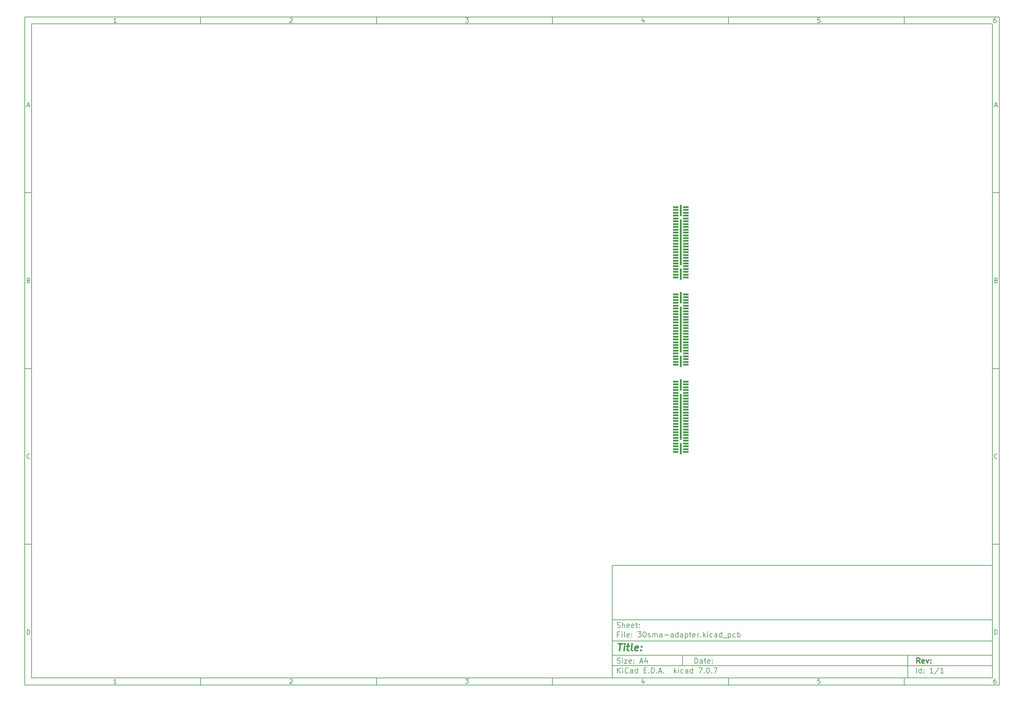
<source format=gbr>
%TF.GenerationSoftware,KiCad,Pcbnew,7.0.7*%
%TF.CreationDate,2023-09-22T00:52:09+02:00*%
%TF.ProjectId,30sma-adapter,3330736d-612d-4616-9461-707465722e6b,rev?*%
%TF.SameCoordinates,Original*%
%TF.FileFunction,Paste,Bot*%
%TF.FilePolarity,Positive*%
%FSLAX46Y46*%
G04 Gerber Fmt 4.6, Leading zero omitted, Abs format (unit mm)*
G04 Created by KiCad (PCBNEW 7.0.7) date 2023-09-22 00:52:09*
%MOMM*%
%LPD*%
G01*
G04 APERTURE LIST*
%ADD10C,0.100000*%
%ADD11C,0.150000*%
%ADD12C,0.300000*%
%ADD13C,0.400000*%
%ADD14R,1.500000X0.500000*%
%ADD15R,0.510000X3.280000*%
%ADD16R,0.510000X13.150000*%
G04 APERTURE END LIST*
D10*
D11*
X177002200Y-166007200D02*
X285002200Y-166007200D01*
X285002200Y-198007200D01*
X177002200Y-198007200D01*
X177002200Y-166007200D01*
D10*
D11*
X10000000Y-10000000D02*
X287002200Y-10000000D01*
X287002200Y-200007200D01*
X10000000Y-200007200D01*
X10000000Y-10000000D01*
D10*
D11*
X12000000Y-12000000D02*
X285002200Y-12000000D01*
X285002200Y-198007200D01*
X12000000Y-198007200D01*
X12000000Y-12000000D01*
D10*
D11*
X60000000Y-12000000D02*
X60000000Y-10000000D01*
D10*
D11*
X110000000Y-12000000D02*
X110000000Y-10000000D01*
D10*
D11*
X160000000Y-12000000D02*
X160000000Y-10000000D01*
D10*
D11*
X210000000Y-12000000D02*
X210000000Y-10000000D01*
D10*
D11*
X260000000Y-12000000D02*
X260000000Y-10000000D01*
D10*
D11*
X36089160Y-11593604D02*
X35346303Y-11593604D01*
X35717731Y-11593604D02*
X35717731Y-10293604D01*
X35717731Y-10293604D02*
X35593922Y-10479319D01*
X35593922Y-10479319D02*
X35470112Y-10603128D01*
X35470112Y-10603128D02*
X35346303Y-10665033D01*
D10*
D11*
X85346303Y-10417414D02*
X85408207Y-10355509D01*
X85408207Y-10355509D02*
X85532017Y-10293604D01*
X85532017Y-10293604D02*
X85841541Y-10293604D01*
X85841541Y-10293604D02*
X85965350Y-10355509D01*
X85965350Y-10355509D02*
X86027255Y-10417414D01*
X86027255Y-10417414D02*
X86089160Y-10541223D01*
X86089160Y-10541223D02*
X86089160Y-10665033D01*
X86089160Y-10665033D02*
X86027255Y-10850747D01*
X86027255Y-10850747D02*
X85284398Y-11593604D01*
X85284398Y-11593604D02*
X86089160Y-11593604D01*
D10*
D11*
X135284398Y-10293604D02*
X136089160Y-10293604D01*
X136089160Y-10293604D02*
X135655826Y-10788842D01*
X135655826Y-10788842D02*
X135841541Y-10788842D01*
X135841541Y-10788842D02*
X135965350Y-10850747D01*
X135965350Y-10850747D02*
X136027255Y-10912652D01*
X136027255Y-10912652D02*
X136089160Y-11036461D01*
X136089160Y-11036461D02*
X136089160Y-11345985D01*
X136089160Y-11345985D02*
X136027255Y-11469795D01*
X136027255Y-11469795D02*
X135965350Y-11531700D01*
X135965350Y-11531700D02*
X135841541Y-11593604D01*
X135841541Y-11593604D02*
X135470112Y-11593604D01*
X135470112Y-11593604D02*
X135346303Y-11531700D01*
X135346303Y-11531700D02*
X135284398Y-11469795D01*
D10*
D11*
X185965350Y-10726938D02*
X185965350Y-11593604D01*
X185655826Y-10231700D02*
X185346303Y-11160271D01*
X185346303Y-11160271D02*
X186151064Y-11160271D01*
D10*
D11*
X236027255Y-10293604D02*
X235408207Y-10293604D01*
X235408207Y-10293604D02*
X235346303Y-10912652D01*
X235346303Y-10912652D02*
X235408207Y-10850747D01*
X235408207Y-10850747D02*
X235532017Y-10788842D01*
X235532017Y-10788842D02*
X235841541Y-10788842D01*
X235841541Y-10788842D02*
X235965350Y-10850747D01*
X235965350Y-10850747D02*
X236027255Y-10912652D01*
X236027255Y-10912652D02*
X236089160Y-11036461D01*
X236089160Y-11036461D02*
X236089160Y-11345985D01*
X236089160Y-11345985D02*
X236027255Y-11469795D01*
X236027255Y-11469795D02*
X235965350Y-11531700D01*
X235965350Y-11531700D02*
X235841541Y-11593604D01*
X235841541Y-11593604D02*
X235532017Y-11593604D01*
X235532017Y-11593604D02*
X235408207Y-11531700D01*
X235408207Y-11531700D02*
X235346303Y-11469795D01*
D10*
D11*
X285965350Y-10293604D02*
X285717731Y-10293604D01*
X285717731Y-10293604D02*
X285593922Y-10355509D01*
X285593922Y-10355509D02*
X285532017Y-10417414D01*
X285532017Y-10417414D02*
X285408207Y-10603128D01*
X285408207Y-10603128D02*
X285346303Y-10850747D01*
X285346303Y-10850747D02*
X285346303Y-11345985D01*
X285346303Y-11345985D02*
X285408207Y-11469795D01*
X285408207Y-11469795D02*
X285470112Y-11531700D01*
X285470112Y-11531700D02*
X285593922Y-11593604D01*
X285593922Y-11593604D02*
X285841541Y-11593604D01*
X285841541Y-11593604D02*
X285965350Y-11531700D01*
X285965350Y-11531700D02*
X286027255Y-11469795D01*
X286027255Y-11469795D02*
X286089160Y-11345985D01*
X286089160Y-11345985D02*
X286089160Y-11036461D01*
X286089160Y-11036461D02*
X286027255Y-10912652D01*
X286027255Y-10912652D02*
X285965350Y-10850747D01*
X285965350Y-10850747D02*
X285841541Y-10788842D01*
X285841541Y-10788842D02*
X285593922Y-10788842D01*
X285593922Y-10788842D02*
X285470112Y-10850747D01*
X285470112Y-10850747D02*
X285408207Y-10912652D01*
X285408207Y-10912652D02*
X285346303Y-11036461D01*
D10*
D11*
X60000000Y-198007200D02*
X60000000Y-200007200D01*
D10*
D11*
X110000000Y-198007200D02*
X110000000Y-200007200D01*
D10*
D11*
X160000000Y-198007200D02*
X160000000Y-200007200D01*
D10*
D11*
X210000000Y-198007200D02*
X210000000Y-200007200D01*
D10*
D11*
X260000000Y-198007200D02*
X260000000Y-200007200D01*
D10*
D11*
X36089160Y-199600804D02*
X35346303Y-199600804D01*
X35717731Y-199600804D02*
X35717731Y-198300804D01*
X35717731Y-198300804D02*
X35593922Y-198486519D01*
X35593922Y-198486519D02*
X35470112Y-198610328D01*
X35470112Y-198610328D02*
X35346303Y-198672233D01*
D10*
D11*
X85346303Y-198424614D02*
X85408207Y-198362709D01*
X85408207Y-198362709D02*
X85532017Y-198300804D01*
X85532017Y-198300804D02*
X85841541Y-198300804D01*
X85841541Y-198300804D02*
X85965350Y-198362709D01*
X85965350Y-198362709D02*
X86027255Y-198424614D01*
X86027255Y-198424614D02*
X86089160Y-198548423D01*
X86089160Y-198548423D02*
X86089160Y-198672233D01*
X86089160Y-198672233D02*
X86027255Y-198857947D01*
X86027255Y-198857947D02*
X85284398Y-199600804D01*
X85284398Y-199600804D02*
X86089160Y-199600804D01*
D10*
D11*
X135284398Y-198300804D02*
X136089160Y-198300804D01*
X136089160Y-198300804D02*
X135655826Y-198796042D01*
X135655826Y-198796042D02*
X135841541Y-198796042D01*
X135841541Y-198796042D02*
X135965350Y-198857947D01*
X135965350Y-198857947D02*
X136027255Y-198919852D01*
X136027255Y-198919852D02*
X136089160Y-199043661D01*
X136089160Y-199043661D02*
X136089160Y-199353185D01*
X136089160Y-199353185D02*
X136027255Y-199476995D01*
X136027255Y-199476995D02*
X135965350Y-199538900D01*
X135965350Y-199538900D02*
X135841541Y-199600804D01*
X135841541Y-199600804D02*
X135470112Y-199600804D01*
X135470112Y-199600804D02*
X135346303Y-199538900D01*
X135346303Y-199538900D02*
X135284398Y-199476995D01*
D10*
D11*
X185965350Y-198734138D02*
X185965350Y-199600804D01*
X185655826Y-198238900D02*
X185346303Y-199167471D01*
X185346303Y-199167471D02*
X186151064Y-199167471D01*
D10*
D11*
X236027255Y-198300804D02*
X235408207Y-198300804D01*
X235408207Y-198300804D02*
X235346303Y-198919852D01*
X235346303Y-198919852D02*
X235408207Y-198857947D01*
X235408207Y-198857947D02*
X235532017Y-198796042D01*
X235532017Y-198796042D02*
X235841541Y-198796042D01*
X235841541Y-198796042D02*
X235965350Y-198857947D01*
X235965350Y-198857947D02*
X236027255Y-198919852D01*
X236027255Y-198919852D02*
X236089160Y-199043661D01*
X236089160Y-199043661D02*
X236089160Y-199353185D01*
X236089160Y-199353185D02*
X236027255Y-199476995D01*
X236027255Y-199476995D02*
X235965350Y-199538900D01*
X235965350Y-199538900D02*
X235841541Y-199600804D01*
X235841541Y-199600804D02*
X235532017Y-199600804D01*
X235532017Y-199600804D02*
X235408207Y-199538900D01*
X235408207Y-199538900D02*
X235346303Y-199476995D01*
D10*
D11*
X285965350Y-198300804D02*
X285717731Y-198300804D01*
X285717731Y-198300804D02*
X285593922Y-198362709D01*
X285593922Y-198362709D02*
X285532017Y-198424614D01*
X285532017Y-198424614D02*
X285408207Y-198610328D01*
X285408207Y-198610328D02*
X285346303Y-198857947D01*
X285346303Y-198857947D02*
X285346303Y-199353185D01*
X285346303Y-199353185D02*
X285408207Y-199476995D01*
X285408207Y-199476995D02*
X285470112Y-199538900D01*
X285470112Y-199538900D02*
X285593922Y-199600804D01*
X285593922Y-199600804D02*
X285841541Y-199600804D01*
X285841541Y-199600804D02*
X285965350Y-199538900D01*
X285965350Y-199538900D02*
X286027255Y-199476995D01*
X286027255Y-199476995D02*
X286089160Y-199353185D01*
X286089160Y-199353185D02*
X286089160Y-199043661D01*
X286089160Y-199043661D02*
X286027255Y-198919852D01*
X286027255Y-198919852D02*
X285965350Y-198857947D01*
X285965350Y-198857947D02*
X285841541Y-198796042D01*
X285841541Y-198796042D02*
X285593922Y-198796042D01*
X285593922Y-198796042D02*
X285470112Y-198857947D01*
X285470112Y-198857947D02*
X285408207Y-198919852D01*
X285408207Y-198919852D02*
X285346303Y-199043661D01*
D10*
D11*
X10000000Y-60000000D02*
X12000000Y-60000000D01*
D10*
D11*
X10000000Y-110000000D02*
X12000000Y-110000000D01*
D10*
D11*
X10000000Y-160000000D02*
X12000000Y-160000000D01*
D10*
D11*
X10690476Y-35222176D02*
X11309523Y-35222176D01*
X10566666Y-35593604D02*
X10999999Y-34293604D01*
X10999999Y-34293604D02*
X11433333Y-35593604D01*
D10*
D11*
X11092857Y-84912652D02*
X11278571Y-84974557D01*
X11278571Y-84974557D02*
X11340476Y-85036461D01*
X11340476Y-85036461D02*
X11402380Y-85160271D01*
X11402380Y-85160271D02*
X11402380Y-85345985D01*
X11402380Y-85345985D02*
X11340476Y-85469795D01*
X11340476Y-85469795D02*
X11278571Y-85531700D01*
X11278571Y-85531700D02*
X11154761Y-85593604D01*
X11154761Y-85593604D02*
X10659523Y-85593604D01*
X10659523Y-85593604D02*
X10659523Y-84293604D01*
X10659523Y-84293604D02*
X11092857Y-84293604D01*
X11092857Y-84293604D02*
X11216666Y-84355509D01*
X11216666Y-84355509D02*
X11278571Y-84417414D01*
X11278571Y-84417414D02*
X11340476Y-84541223D01*
X11340476Y-84541223D02*
X11340476Y-84665033D01*
X11340476Y-84665033D02*
X11278571Y-84788842D01*
X11278571Y-84788842D02*
X11216666Y-84850747D01*
X11216666Y-84850747D02*
X11092857Y-84912652D01*
X11092857Y-84912652D02*
X10659523Y-84912652D01*
D10*
D11*
X11402380Y-135469795D02*
X11340476Y-135531700D01*
X11340476Y-135531700D02*
X11154761Y-135593604D01*
X11154761Y-135593604D02*
X11030952Y-135593604D01*
X11030952Y-135593604D02*
X10845238Y-135531700D01*
X10845238Y-135531700D02*
X10721428Y-135407890D01*
X10721428Y-135407890D02*
X10659523Y-135284080D01*
X10659523Y-135284080D02*
X10597619Y-135036461D01*
X10597619Y-135036461D02*
X10597619Y-134850747D01*
X10597619Y-134850747D02*
X10659523Y-134603128D01*
X10659523Y-134603128D02*
X10721428Y-134479319D01*
X10721428Y-134479319D02*
X10845238Y-134355509D01*
X10845238Y-134355509D02*
X11030952Y-134293604D01*
X11030952Y-134293604D02*
X11154761Y-134293604D01*
X11154761Y-134293604D02*
X11340476Y-134355509D01*
X11340476Y-134355509D02*
X11402380Y-134417414D01*
D10*
D11*
X10659523Y-185593604D02*
X10659523Y-184293604D01*
X10659523Y-184293604D02*
X10969047Y-184293604D01*
X10969047Y-184293604D02*
X11154761Y-184355509D01*
X11154761Y-184355509D02*
X11278571Y-184479319D01*
X11278571Y-184479319D02*
X11340476Y-184603128D01*
X11340476Y-184603128D02*
X11402380Y-184850747D01*
X11402380Y-184850747D02*
X11402380Y-185036461D01*
X11402380Y-185036461D02*
X11340476Y-185284080D01*
X11340476Y-185284080D02*
X11278571Y-185407890D01*
X11278571Y-185407890D02*
X11154761Y-185531700D01*
X11154761Y-185531700D02*
X10969047Y-185593604D01*
X10969047Y-185593604D02*
X10659523Y-185593604D01*
D10*
D11*
X287002200Y-60000000D02*
X285002200Y-60000000D01*
D10*
D11*
X287002200Y-110000000D02*
X285002200Y-110000000D01*
D10*
D11*
X287002200Y-160000000D02*
X285002200Y-160000000D01*
D10*
D11*
X285692676Y-35222176D02*
X286311723Y-35222176D01*
X285568866Y-35593604D02*
X286002199Y-34293604D01*
X286002199Y-34293604D02*
X286435533Y-35593604D01*
D10*
D11*
X286095057Y-84912652D02*
X286280771Y-84974557D01*
X286280771Y-84974557D02*
X286342676Y-85036461D01*
X286342676Y-85036461D02*
X286404580Y-85160271D01*
X286404580Y-85160271D02*
X286404580Y-85345985D01*
X286404580Y-85345985D02*
X286342676Y-85469795D01*
X286342676Y-85469795D02*
X286280771Y-85531700D01*
X286280771Y-85531700D02*
X286156961Y-85593604D01*
X286156961Y-85593604D02*
X285661723Y-85593604D01*
X285661723Y-85593604D02*
X285661723Y-84293604D01*
X285661723Y-84293604D02*
X286095057Y-84293604D01*
X286095057Y-84293604D02*
X286218866Y-84355509D01*
X286218866Y-84355509D02*
X286280771Y-84417414D01*
X286280771Y-84417414D02*
X286342676Y-84541223D01*
X286342676Y-84541223D02*
X286342676Y-84665033D01*
X286342676Y-84665033D02*
X286280771Y-84788842D01*
X286280771Y-84788842D02*
X286218866Y-84850747D01*
X286218866Y-84850747D02*
X286095057Y-84912652D01*
X286095057Y-84912652D02*
X285661723Y-84912652D01*
D10*
D11*
X286404580Y-135469795D02*
X286342676Y-135531700D01*
X286342676Y-135531700D02*
X286156961Y-135593604D01*
X286156961Y-135593604D02*
X286033152Y-135593604D01*
X286033152Y-135593604D02*
X285847438Y-135531700D01*
X285847438Y-135531700D02*
X285723628Y-135407890D01*
X285723628Y-135407890D02*
X285661723Y-135284080D01*
X285661723Y-135284080D02*
X285599819Y-135036461D01*
X285599819Y-135036461D02*
X285599819Y-134850747D01*
X285599819Y-134850747D02*
X285661723Y-134603128D01*
X285661723Y-134603128D02*
X285723628Y-134479319D01*
X285723628Y-134479319D02*
X285847438Y-134355509D01*
X285847438Y-134355509D02*
X286033152Y-134293604D01*
X286033152Y-134293604D02*
X286156961Y-134293604D01*
X286156961Y-134293604D02*
X286342676Y-134355509D01*
X286342676Y-134355509D02*
X286404580Y-134417414D01*
D10*
D11*
X285661723Y-185593604D02*
X285661723Y-184293604D01*
X285661723Y-184293604D02*
X285971247Y-184293604D01*
X285971247Y-184293604D02*
X286156961Y-184355509D01*
X286156961Y-184355509D02*
X286280771Y-184479319D01*
X286280771Y-184479319D02*
X286342676Y-184603128D01*
X286342676Y-184603128D02*
X286404580Y-184850747D01*
X286404580Y-184850747D02*
X286404580Y-185036461D01*
X286404580Y-185036461D02*
X286342676Y-185284080D01*
X286342676Y-185284080D02*
X286280771Y-185407890D01*
X286280771Y-185407890D02*
X286156961Y-185531700D01*
X286156961Y-185531700D02*
X285971247Y-185593604D01*
X285971247Y-185593604D02*
X285661723Y-185593604D01*
D10*
D11*
X200458026Y-193793328D02*
X200458026Y-192293328D01*
X200458026Y-192293328D02*
X200815169Y-192293328D01*
X200815169Y-192293328D02*
X201029455Y-192364757D01*
X201029455Y-192364757D02*
X201172312Y-192507614D01*
X201172312Y-192507614D02*
X201243741Y-192650471D01*
X201243741Y-192650471D02*
X201315169Y-192936185D01*
X201315169Y-192936185D02*
X201315169Y-193150471D01*
X201315169Y-193150471D02*
X201243741Y-193436185D01*
X201243741Y-193436185D02*
X201172312Y-193579042D01*
X201172312Y-193579042D02*
X201029455Y-193721900D01*
X201029455Y-193721900D02*
X200815169Y-193793328D01*
X200815169Y-193793328D02*
X200458026Y-193793328D01*
X202600884Y-193793328D02*
X202600884Y-193007614D01*
X202600884Y-193007614D02*
X202529455Y-192864757D01*
X202529455Y-192864757D02*
X202386598Y-192793328D01*
X202386598Y-192793328D02*
X202100884Y-192793328D01*
X202100884Y-192793328D02*
X201958026Y-192864757D01*
X202600884Y-193721900D02*
X202458026Y-193793328D01*
X202458026Y-193793328D02*
X202100884Y-193793328D01*
X202100884Y-193793328D02*
X201958026Y-193721900D01*
X201958026Y-193721900D02*
X201886598Y-193579042D01*
X201886598Y-193579042D02*
X201886598Y-193436185D01*
X201886598Y-193436185D02*
X201958026Y-193293328D01*
X201958026Y-193293328D02*
X202100884Y-193221900D01*
X202100884Y-193221900D02*
X202458026Y-193221900D01*
X202458026Y-193221900D02*
X202600884Y-193150471D01*
X203100884Y-192793328D02*
X203672312Y-192793328D01*
X203315169Y-192293328D02*
X203315169Y-193579042D01*
X203315169Y-193579042D02*
X203386598Y-193721900D01*
X203386598Y-193721900D02*
X203529455Y-193793328D01*
X203529455Y-193793328D02*
X203672312Y-193793328D01*
X204743741Y-193721900D02*
X204600884Y-193793328D01*
X204600884Y-193793328D02*
X204315170Y-193793328D01*
X204315170Y-193793328D02*
X204172312Y-193721900D01*
X204172312Y-193721900D02*
X204100884Y-193579042D01*
X204100884Y-193579042D02*
X204100884Y-193007614D01*
X204100884Y-193007614D02*
X204172312Y-192864757D01*
X204172312Y-192864757D02*
X204315170Y-192793328D01*
X204315170Y-192793328D02*
X204600884Y-192793328D01*
X204600884Y-192793328D02*
X204743741Y-192864757D01*
X204743741Y-192864757D02*
X204815170Y-193007614D01*
X204815170Y-193007614D02*
X204815170Y-193150471D01*
X204815170Y-193150471D02*
X204100884Y-193293328D01*
X205458026Y-193650471D02*
X205529455Y-193721900D01*
X205529455Y-193721900D02*
X205458026Y-193793328D01*
X205458026Y-193793328D02*
X205386598Y-193721900D01*
X205386598Y-193721900D02*
X205458026Y-193650471D01*
X205458026Y-193650471D02*
X205458026Y-193793328D01*
X205458026Y-192864757D02*
X205529455Y-192936185D01*
X205529455Y-192936185D02*
X205458026Y-193007614D01*
X205458026Y-193007614D02*
X205386598Y-192936185D01*
X205386598Y-192936185D02*
X205458026Y-192864757D01*
X205458026Y-192864757D02*
X205458026Y-193007614D01*
D10*
D11*
X177002200Y-194507200D02*
X285002200Y-194507200D01*
D10*
D11*
X178458026Y-196593328D02*
X178458026Y-195093328D01*
X179315169Y-196593328D02*
X178672312Y-195736185D01*
X179315169Y-195093328D02*
X178458026Y-195950471D01*
X179958026Y-196593328D02*
X179958026Y-195593328D01*
X179958026Y-195093328D02*
X179886598Y-195164757D01*
X179886598Y-195164757D02*
X179958026Y-195236185D01*
X179958026Y-195236185D02*
X180029455Y-195164757D01*
X180029455Y-195164757D02*
X179958026Y-195093328D01*
X179958026Y-195093328D02*
X179958026Y-195236185D01*
X181529455Y-196450471D02*
X181458027Y-196521900D01*
X181458027Y-196521900D02*
X181243741Y-196593328D01*
X181243741Y-196593328D02*
X181100884Y-196593328D01*
X181100884Y-196593328D02*
X180886598Y-196521900D01*
X180886598Y-196521900D02*
X180743741Y-196379042D01*
X180743741Y-196379042D02*
X180672312Y-196236185D01*
X180672312Y-196236185D02*
X180600884Y-195950471D01*
X180600884Y-195950471D02*
X180600884Y-195736185D01*
X180600884Y-195736185D02*
X180672312Y-195450471D01*
X180672312Y-195450471D02*
X180743741Y-195307614D01*
X180743741Y-195307614D02*
X180886598Y-195164757D01*
X180886598Y-195164757D02*
X181100884Y-195093328D01*
X181100884Y-195093328D02*
X181243741Y-195093328D01*
X181243741Y-195093328D02*
X181458027Y-195164757D01*
X181458027Y-195164757D02*
X181529455Y-195236185D01*
X182815170Y-196593328D02*
X182815170Y-195807614D01*
X182815170Y-195807614D02*
X182743741Y-195664757D01*
X182743741Y-195664757D02*
X182600884Y-195593328D01*
X182600884Y-195593328D02*
X182315170Y-195593328D01*
X182315170Y-195593328D02*
X182172312Y-195664757D01*
X182815170Y-196521900D02*
X182672312Y-196593328D01*
X182672312Y-196593328D02*
X182315170Y-196593328D01*
X182315170Y-196593328D02*
X182172312Y-196521900D01*
X182172312Y-196521900D02*
X182100884Y-196379042D01*
X182100884Y-196379042D02*
X182100884Y-196236185D01*
X182100884Y-196236185D02*
X182172312Y-196093328D01*
X182172312Y-196093328D02*
X182315170Y-196021900D01*
X182315170Y-196021900D02*
X182672312Y-196021900D01*
X182672312Y-196021900D02*
X182815170Y-195950471D01*
X184172313Y-196593328D02*
X184172313Y-195093328D01*
X184172313Y-196521900D02*
X184029455Y-196593328D01*
X184029455Y-196593328D02*
X183743741Y-196593328D01*
X183743741Y-196593328D02*
X183600884Y-196521900D01*
X183600884Y-196521900D02*
X183529455Y-196450471D01*
X183529455Y-196450471D02*
X183458027Y-196307614D01*
X183458027Y-196307614D02*
X183458027Y-195879042D01*
X183458027Y-195879042D02*
X183529455Y-195736185D01*
X183529455Y-195736185D02*
X183600884Y-195664757D01*
X183600884Y-195664757D02*
X183743741Y-195593328D01*
X183743741Y-195593328D02*
X184029455Y-195593328D01*
X184029455Y-195593328D02*
X184172313Y-195664757D01*
X186029455Y-195807614D02*
X186529455Y-195807614D01*
X186743741Y-196593328D02*
X186029455Y-196593328D01*
X186029455Y-196593328D02*
X186029455Y-195093328D01*
X186029455Y-195093328D02*
X186743741Y-195093328D01*
X187386598Y-196450471D02*
X187458027Y-196521900D01*
X187458027Y-196521900D02*
X187386598Y-196593328D01*
X187386598Y-196593328D02*
X187315170Y-196521900D01*
X187315170Y-196521900D02*
X187386598Y-196450471D01*
X187386598Y-196450471D02*
X187386598Y-196593328D01*
X188100884Y-196593328D02*
X188100884Y-195093328D01*
X188100884Y-195093328D02*
X188458027Y-195093328D01*
X188458027Y-195093328D02*
X188672313Y-195164757D01*
X188672313Y-195164757D02*
X188815170Y-195307614D01*
X188815170Y-195307614D02*
X188886599Y-195450471D01*
X188886599Y-195450471D02*
X188958027Y-195736185D01*
X188958027Y-195736185D02*
X188958027Y-195950471D01*
X188958027Y-195950471D02*
X188886599Y-196236185D01*
X188886599Y-196236185D02*
X188815170Y-196379042D01*
X188815170Y-196379042D02*
X188672313Y-196521900D01*
X188672313Y-196521900D02*
X188458027Y-196593328D01*
X188458027Y-196593328D02*
X188100884Y-196593328D01*
X189600884Y-196450471D02*
X189672313Y-196521900D01*
X189672313Y-196521900D02*
X189600884Y-196593328D01*
X189600884Y-196593328D02*
X189529456Y-196521900D01*
X189529456Y-196521900D02*
X189600884Y-196450471D01*
X189600884Y-196450471D02*
X189600884Y-196593328D01*
X190243742Y-196164757D02*
X190958028Y-196164757D01*
X190100885Y-196593328D02*
X190600885Y-195093328D01*
X190600885Y-195093328D02*
X191100885Y-196593328D01*
X191600884Y-196450471D02*
X191672313Y-196521900D01*
X191672313Y-196521900D02*
X191600884Y-196593328D01*
X191600884Y-196593328D02*
X191529456Y-196521900D01*
X191529456Y-196521900D02*
X191600884Y-196450471D01*
X191600884Y-196450471D02*
X191600884Y-196593328D01*
X194600884Y-196593328D02*
X194600884Y-195093328D01*
X194743742Y-196021900D02*
X195172313Y-196593328D01*
X195172313Y-195593328D02*
X194600884Y-196164757D01*
X195815170Y-196593328D02*
X195815170Y-195593328D01*
X195815170Y-195093328D02*
X195743742Y-195164757D01*
X195743742Y-195164757D02*
X195815170Y-195236185D01*
X195815170Y-195236185D02*
X195886599Y-195164757D01*
X195886599Y-195164757D02*
X195815170Y-195093328D01*
X195815170Y-195093328D02*
X195815170Y-195236185D01*
X197172314Y-196521900D02*
X197029456Y-196593328D01*
X197029456Y-196593328D02*
X196743742Y-196593328D01*
X196743742Y-196593328D02*
X196600885Y-196521900D01*
X196600885Y-196521900D02*
X196529456Y-196450471D01*
X196529456Y-196450471D02*
X196458028Y-196307614D01*
X196458028Y-196307614D02*
X196458028Y-195879042D01*
X196458028Y-195879042D02*
X196529456Y-195736185D01*
X196529456Y-195736185D02*
X196600885Y-195664757D01*
X196600885Y-195664757D02*
X196743742Y-195593328D01*
X196743742Y-195593328D02*
X197029456Y-195593328D01*
X197029456Y-195593328D02*
X197172314Y-195664757D01*
X198458028Y-196593328D02*
X198458028Y-195807614D01*
X198458028Y-195807614D02*
X198386599Y-195664757D01*
X198386599Y-195664757D02*
X198243742Y-195593328D01*
X198243742Y-195593328D02*
X197958028Y-195593328D01*
X197958028Y-195593328D02*
X197815170Y-195664757D01*
X198458028Y-196521900D02*
X198315170Y-196593328D01*
X198315170Y-196593328D02*
X197958028Y-196593328D01*
X197958028Y-196593328D02*
X197815170Y-196521900D01*
X197815170Y-196521900D02*
X197743742Y-196379042D01*
X197743742Y-196379042D02*
X197743742Y-196236185D01*
X197743742Y-196236185D02*
X197815170Y-196093328D01*
X197815170Y-196093328D02*
X197958028Y-196021900D01*
X197958028Y-196021900D02*
X198315170Y-196021900D01*
X198315170Y-196021900D02*
X198458028Y-195950471D01*
X199815171Y-196593328D02*
X199815171Y-195093328D01*
X199815171Y-196521900D02*
X199672313Y-196593328D01*
X199672313Y-196593328D02*
X199386599Y-196593328D01*
X199386599Y-196593328D02*
X199243742Y-196521900D01*
X199243742Y-196521900D02*
X199172313Y-196450471D01*
X199172313Y-196450471D02*
X199100885Y-196307614D01*
X199100885Y-196307614D02*
X199100885Y-195879042D01*
X199100885Y-195879042D02*
X199172313Y-195736185D01*
X199172313Y-195736185D02*
X199243742Y-195664757D01*
X199243742Y-195664757D02*
X199386599Y-195593328D01*
X199386599Y-195593328D02*
X199672313Y-195593328D01*
X199672313Y-195593328D02*
X199815171Y-195664757D01*
X201529456Y-195093328D02*
X202529456Y-195093328D01*
X202529456Y-195093328D02*
X201886599Y-196593328D01*
X203100884Y-196450471D02*
X203172313Y-196521900D01*
X203172313Y-196521900D02*
X203100884Y-196593328D01*
X203100884Y-196593328D02*
X203029456Y-196521900D01*
X203029456Y-196521900D02*
X203100884Y-196450471D01*
X203100884Y-196450471D02*
X203100884Y-196593328D01*
X204100885Y-195093328D02*
X204243742Y-195093328D01*
X204243742Y-195093328D02*
X204386599Y-195164757D01*
X204386599Y-195164757D02*
X204458028Y-195236185D01*
X204458028Y-195236185D02*
X204529456Y-195379042D01*
X204529456Y-195379042D02*
X204600885Y-195664757D01*
X204600885Y-195664757D02*
X204600885Y-196021900D01*
X204600885Y-196021900D02*
X204529456Y-196307614D01*
X204529456Y-196307614D02*
X204458028Y-196450471D01*
X204458028Y-196450471D02*
X204386599Y-196521900D01*
X204386599Y-196521900D02*
X204243742Y-196593328D01*
X204243742Y-196593328D02*
X204100885Y-196593328D01*
X204100885Y-196593328D02*
X203958028Y-196521900D01*
X203958028Y-196521900D02*
X203886599Y-196450471D01*
X203886599Y-196450471D02*
X203815170Y-196307614D01*
X203815170Y-196307614D02*
X203743742Y-196021900D01*
X203743742Y-196021900D02*
X203743742Y-195664757D01*
X203743742Y-195664757D02*
X203815170Y-195379042D01*
X203815170Y-195379042D02*
X203886599Y-195236185D01*
X203886599Y-195236185D02*
X203958028Y-195164757D01*
X203958028Y-195164757D02*
X204100885Y-195093328D01*
X205243741Y-196450471D02*
X205315170Y-196521900D01*
X205315170Y-196521900D02*
X205243741Y-196593328D01*
X205243741Y-196593328D02*
X205172313Y-196521900D01*
X205172313Y-196521900D02*
X205243741Y-196450471D01*
X205243741Y-196450471D02*
X205243741Y-196593328D01*
X205815170Y-195093328D02*
X206815170Y-195093328D01*
X206815170Y-195093328D02*
X206172313Y-196593328D01*
D10*
D11*
X177002200Y-191507200D02*
X285002200Y-191507200D01*
D10*
D12*
X264413853Y-193785528D02*
X263913853Y-193071242D01*
X263556710Y-193785528D02*
X263556710Y-192285528D01*
X263556710Y-192285528D02*
X264128139Y-192285528D01*
X264128139Y-192285528D02*
X264270996Y-192356957D01*
X264270996Y-192356957D02*
X264342425Y-192428385D01*
X264342425Y-192428385D02*
X264413853Y-192571242D01*
X264413853Y-192571242D02*
X264413853Y-192785528D01*
X264413853Y-192785528D02*
X264342425Y-192928385D01*
X264342425Y-192928385D02*
X264270996Y-192999814D01*
X264270996Y-192999814D02*
X264128139Y-193071242D01*
X264128139Y-193071242D02*
X263556710Y-193071242D01*
X265628139Y-193714100D02*
X265485282Y-193785528D01*
X265485282Y-193785528D02*
X265199568Y-193785528D01*
X265199568Y-193785528D02*
X265056710Y-193714100D01*
X265056710Y-193714100D02*
X264985282Y-193571242D01*
X264985282Y-193571242D02*
X264985282Y-192999814D01*
X264985282Y-192999814D02*
X265056710Y-192856957D01*
X265056710Y-192856957D02*
X265199568Y-192785528D01*
X265199568Y-192785528D02*
X265485282Y-192785528D01*
X265485282Y-192785528D02*
X265628139Y-192856957D01*
X265628139Y-192856957D02*
X265699568Y-192999814D01*
X265699568Y-192999814D02*
X265699568Y-193142671D01*
X265699568Y-193142671D02*
X264985282Y-193285528D01*
X266199567Y-192785528D02*
X266556710Y-193785528D01*
X266556710Y-193785528D02*
X266913853Y-192785528D01*
X267485281Y-193642671D02*
X267556710Y-193714100D01*
X267556710Y-193714100D02*
X267485281Y-193785528D01*
X267485281Y-193785528D02*
X267413853Y-193714100D01*
X267413853Y-193714100D02*
X267485281Y-193642671D01*
X267485281Y-193642671D02*
X267485281Y-193785528D01*
X267485281Y-192856957D02*
X267556710Y-192928385D01*
X267556710Y-192928385D02*
X267485281Y-192999814D01*
X267485281Y-192999814D02*
X267413853Y-192928385D01*
X267413853Y-192928385D02*
X267485281Y-192856957D01*
X267485281Y-192856957D02*
X267485281Y-192999814D01*
D10*
D11*
X178386598Y-193721900D02*
X178600884Y-193793328D01*
X178600884Y-193793328D02*
X178958026Y-193793328D01*
X178958026Y-193793328D02*
X179100884Y-193721900D01*
X179100884Y-193721900D02*
X179172312Y-193650471D01*
X179172312Y-193650471D02*
X179243741Y-193507614D01*
X179243741Y-193507614D02*
X179243741Y-193364757D01*
X179243741Y-193364757D02*
X179172312Y-193221900D01*
X179172312Y-193221900D02*
X179100884Y-193150471D01*
X179100884Y-193150471D02*
X178958026Y-193079042D01*
X178958026Y-193079042D02*
X178672312Y-193007614D01*
X178672312Y-193007614D02*
X178529455Y-192936185D01*
X178529455Y-192936185D02*
X178458026Y-192864757D01*
X178458026Y-192864757D02*
X178386598Y-192721900D01*
X178386598Y-192721900D02*
X178386598Y-192579042D01*
X178386598Y-192579042D02*
X178458026Y-192436185D01*
X178458026Y-192436185D02*
X178529455Y-192364757D01*
X178529455Y-192364757D02*
X178672312Y-192293328D01*
X178672312Y-192293328D02*
X179029455Y-192293328D01*
X179029455Y-192293328D02*
X179243741Y-192364757D01*
X179886597Y-193793328D02*
X179886597Y-192793328D01*
X179886597Y-192293328D02*
X179815169Y-192364757D01*
X179815169Y-192364757D02*
X179886597Y-192436185D01*
X179886597Y-192436185D02*
X179958026Y-192364757D01*
X179958026Y-192364757D02*
X179886597Y-192293328D01*
X179886597Y-192293328D02*
X179886597Y-192436185D01*
X180458026Y-192793328D02*
X181243741Y-192793328D01*
X181243741Y-192793328D02*
X180458026Y-193793328D01*
X180458026Y-193793328D02*
X181243741Y-193793328D01*
X182386598Y-193721900D02*
X182243741Y-193793328D01*
X182243741Y-193793328D02*
X181958027Y-193793328D01*
X181958027Y-193793328D02*
X181815169Y-193721900D01*
X181815169Y-193721900D02*
X181743741Y-193579042D01*
X181743741Y-193579042D02*
X181743741Y-193007614D01*
X181743741Y-193007614D02*
X181815169Y-192864757D01*
X181815169Y-192864757D02*
X181958027Y-192793328D01*
X181958027Y-192793328D02*
X182243741Y-192793328D01*
X182243741Y-192793328D02*
X182386598Y-192864757D01*
X182386598Y-192864757D02*
X182458027Y-193007614D01*
X182458027Y-193007614D02*
X182458027Y-193150471D01*
X182458027Y-193150471D02*
X181743741Y-193293328D01*
X183100883Y-193650471D02*
X183172312Y-193721900D01*
X183172312Y-193721900D02*
X183100883Y-193793328D01*
X183100883Y-193793328D02*
X183029455Y-193721900D01*
X183029455Y-193721900D02*
X183100883Y-193650471D01*
X183100883Y-193650471D02*
X183100883Y-193793328D01*
X183100883Y-192864757D02*
X183172312Y-192936185D01*
X183172312Y-192936185D02*
X183100883Y-193007614D01*
X183100883Y-193007614D02*
X183029455Y-192936185D01*
X183029455Y-192936185D02*
X183100883Y-192864757D01*
X183100883Y-192864757D02*
X183100883Y-193007614D01*
X184886598Y-193364757D02*
X185600884Y-193364757D01*
X184743741Y-193793328D02*
X185243741Y-192293328D01*
X185243741Y-192293328D02*
X185743741Y-193793328D01*
X186886598Y-192793328D02*
X186886598Y-193793328D01*
X186529455Y-192221900D02*
X186172312Y-193293328D01*
X186172312Y-193293328D02*
X187100883Y-193293328D01*
D10*
D11*
X263458026Y-196593328D02*
X263458026Y-195093328D01*
X264815170Y-196593328D02*
X264815170Y-195093328D01*
X264815170Y-196521900D02*
X264672312Y-196593328D01*
X264672312Y-196593328D02*
X264386598Y-196593328D01*
X264386598Y-196593328D02*
X264243741Y-196521900D01*
X264243741Y-196521900D02*
X264172312Y-196450471D01*
X264172312Y-196450471D02*
X264100884Y-196307614D01*
X264100884Y-196307614D02*
X264100884Y-195879042D01*
X264100884Y-195879042D02*
X264172312Y-195736185D01*
X264172312Y-195736185D02*
X264243741Y-195664757D01*
X264243741Y-195664757D02*
X264386598Y-195593328D01*
X264386598Y-195593328D02*
X264672312Y-195593328D01*
X264672312Y-195593328D02*
X264815170Y-195664757D01*
X265529455Y-196450471D02*
X265600884Y-196521900D01*
X265600884Y-196521900D02*
X265529455Y-196593328D01*
X265529455Y-196593328D02*
X265458027Y-196521900D01*
X265458027Y-196521900D02*
X265529455Y-196450471D01*
X265529455Y-196450471D02*
X265529455Y-196593328D01*
X265529455Y-195664757D02*
X265600884Y-195736185D01*
X265600884Y-195736185D02*
X265529455Y-195807614D01*
X265529455Y-195807614D02*
X265458027Y-195736185D01*
X265458027Y-195736185D02*
X265529455Y-195664757D01*
X265529455Y-195664757D02*
X265529455Y-195807614D01*
X268172313Y-196593328D02*
X267315170Y-196593328D01*
X267743741Y-196593328D02*
X267743741Y-195093328D01*
X267743741Y-195093328D02*
X267600884Y-195307614D01*
X267600884Y-195307614D02*
X267458027Y-195450471D01*
X267458027Y-195450471D02*
X267315170Y-195521900D01*
X269886598Y-195021900D02*
X268600884Y-196950471D01*
X271172313Y-196593328D02*
X270315170Y-196593328D01*
X270743741Y-196593328D02*
X270743741Y-195093328D01*
X270743741Y-195093328D02*
X270600884Y-195307614D01*
X270600884Y-195307614D02*
X270458027Y-195450471D01*
X270458027Y-195450471D02*
X270315170Y-195521900D01*
D10*
D11*
X177002200Y-187507200D02*
X285002200Y-187507200D01*
D10*
D13*
X178693928Y-188211638D02*
X179836785Y-188211638D01*
X179015357Y-190211638D02*
X179265357Y-188211638D01*
X180253452Y-190211638D02*
X180420119Y-188878304D01*
X180503452Y-188211638D02*
X180396309Y-188306876D01*
X180396309Y-188306876D02*
X180479643Y-188402114D01*
X180479643Y-188402114D02*
X180586786Y-188306876D01*
X180586786Y-188306876D02*
X180503452Y-188211638D01*
X180503452Y-188211638D02*
X180479643Y-188402114D01*
X181086786Y-188878304D02*
X181848690Y-188878304D01*
X181455833Y-188211638D02*
X181241548Y-189925923D01*
X181241548Y-189925923D02*
X181312976Y-190116400D01*
X181312976Y-190116400D02*
X181491548Y-190211638D01*
X181491548Y-190211638D02*
X181682024Y-190211638D01*
X182634405Y-190211638D02*
X182455833Y-190116400D01*
X182455833Y-190116400D02*
X182384405Y-189925923D01*
X182384405Y-189925923D02*
X182598690Y-188211638D01*
X184170119Y-190116400D02*
X183967738Y-190211638D01*
X183967738Y-190211638D02*
X183586785Y-190211638D01*
X183586785Y-190211638D02*
X183408214Y-190116400D01*
X183408214Y-190116400D02*
X183336785Y-189925923D01*
X183336785Y-189925923D02*
X183432024Y-189164019D01*
X183432024Y-189164019D02*
X183551071Y-188973542D01*
X183551071Y-188973542D02*
X183753452Y-188878304D01*
X183753452Y-188878304D02*
X184134404Y-188878304D01*
X184134404Y-188878304D02*
X184312976Y-188973542D01*
X184312976Y-188973542D02*
X184384404Y-189164019D01*
X184384404Y-189164019D02*
X184360595Y-189354495D01*
X184360595Y-189354495D02*
X183384404Y-189544971D01*
X185134405Y-190021161D02*
X185217738Y-190116400D01*
X185217738Y-190116400D02*
X185110595Y-190211638D01*
X185110595Y-190211638D02*
X185027262Y-190116400D01*
X185027262Y-190116400D02*
X185134405Y-190021161D01*
X185134405Y-190021161D02*
X185110595Y-190211638D01*
X185265357Y-188973542D02*
X185348690Y-189068780D01*
X185348690Y-189068780D02*
X185241548Y-189164019D01*
X185241548Y-189164019D02*
X185158214Y-189068780D01*
X185158214Y-189068780D02*
X185265357Y-188973542D01*
X185265357Y-188973542D02*
X185241548Y-189164019D01*
D10*
D11*
X178958026Y-185607614D02*
X178458026Y-185607614D01*
X178458026Y-186393328D02*
X178458026Y-184893328D01*
X178458026Y-184893328D02*
X179172312Y-184893328D01*
X179743740Y-186393328D02*
X179743740Y-185393328D01*
X179743740Y-184893328D02*
X179672312Y-184964757D01*
X179672312Y-184964757D02*
X179743740Y-185036185D01*
X179743740Y-185036185D02*
X179815169Y-184964757D01*
X179815169Y-184964757D02*
X179743740Y-184893328D01*
X179743740Y-184893328D02*
X179743740Y-185036185D01*
X180672312Y-186393328D02*
X180529455Y-186321900D01*
X180529455Y-186321900D02*
X180458026Y-186179042D01*
X180458026Y-186179042D02*
X180458026Y-184893328D01*
X181815169Y-186321900D02*
X181672312Y-186393328D01*
X181672312Y-186393328D02*
X181386598Y-186393328D01*
X181386598Y-186393328D02*
X181243740Y-186321900D01*
X181243740Y-186321900D02*
X181172312Y-186179042D01*
X181172312Y-186179042D02*
X181172312Y-185607614D01*
X181172312Y-185607614D02*
X181243740Y-185464757D01*
X181243740Y-185464757D02*
X181386598Y-185393328D01*
X181386598Y-185393328D02*
X181672312Y-185393328D01*
X181672312Y-185393328D02*
X181815169Y-185464757D01*
X181815169Y-185464757D02*
X181886598Y-185607614D01*
X181886598Y-185607614D02*
X181886598Y-185750471D01*
X181886598Y-185750471D02*
X181172312Y-185893328D01*
X182529454Y-186250471D02*
X182600883Y-186321900D01*
X182600883Y-186321900D02*
X182529454Y-186393328D01*
X182529454Y-186393328D02*
X182458026Y-186321900D01*
X182458026Y-186321900D02*
X182529454Y-186250471D01*
X182529454Y-186250471D02*
X182529454Y-186393328D01*
X182529454Y-185464757D02*
X182600883Y-185536185D01*
X182600883Y-185536185D02*
X182529454Y-185607614D01*
X182529454Y-185607614D02*
X182458026Y-185536185D01*
X182458026Y-185536185D02*
X182529454Y-185464757D01*
X182529454Y-185464757D02*
X182529454Y-185607614D01*
X184243740Y-184893328D02*
X185172312Y-184893328D01*
X185172312Y-184893328D02*
X184672312Y-185464757D01*
X184672312Y-185464757D02*
X184886597Y-185464757D01*
X184886597Y-185464757D02*
X185029455Y-185536185D01*
X185029455Y-185536185D02*
X185100883Y-185607614D01*
X185100883Y-185607614D02*
X185172312Y-185750471D01*
X185172312Y-185750471D02*
X185172312Y-186107614D01*
X185172312Y-186107614D02*
X185100883Y-186250471D01*
X185100883Y-186250471D02*
X185029455Y-186321900D01*
X185029455Y-186321900D02*
X184886597Y-186393328D01*
X184886597Y-186393328D02*
X184458026Y-186393328D01*
X184458026Y-186393328D02*
X184315169Y-186321900D01*
X184315169Y-186321900D02*
X184243740Y-186250471D01*
X186100883Y-184893328D02*
X186243740Y-184893328D01*
X186243740Y-184893328D02*
X186386597Y-184964757D01*
X186386597Y-184964757D02*
X186458026Y-185036185D01*
X186458026Y-185036185D02*
X186529454Y-185179042D01*
X186529454Y-185179042D02*
X186600883Y-185464757D01*
X186600883Y-185464757D02*
X186600883Y-185821900D01*
X186600883Y-185821900D02*
X186529454Y-186107614D01*
X186529454Y-186107614D02*
X186458026Y-186250471D01*
X186458026Y-186250471D02*
X186386597Y-186321900D01*
X186386597Y-186321900D02*
X186243740Y-186393328D01*
X186243740Y-186393328D02*
X186100883Y-186393328D01*
X186100883Y-186393328D02*
X185958026Y-186321900D01*
X185958026Y-186321900D02*
X185886597Y-186250471D01*
X185886597Y-186250471D02*
X185815168Y-186107614D01*
X185815168Y-186107614D02*
X185743740Y-185821900D01*
X185743740Y-185821900D02*
X185743740Y-185464757D01*
X185743740Y-185464757D02*
X185815168Y-185179042D01*
X185815168Y-185179042D02*
X185886597Y-185036185D01*
X185886597Y-185036185D02*
X185958026Y-184964757D01*
X185958026Y-184964757D02*
X186100883Y-184893328D01*
X187172311Y-186321900D02*
X187315168Y-186393328D01*
X187315168Y-186393328D02*
X187600882Y-186393328D01*
X187600882Y-186393328D02*
X187743739Y-186321900D01*
X187743739Y-186321900D02*
X187815168Y-186179042D01*
X187815168Y-186179042D02*
X187815168Y-186107614D01*
X187815168Y-186107614D02*
X187743739Y-185964757D01*
X187743739Y-185964757D02*
X187600882Y-185893328D01*
X187600882Y-185893328D02*
X187386597Y-185893328D01*
X187386597Y-185893328D02*
X187243739Y-185821900D01*
X187243739Y-185821900D02*
X187172311Y-185679042D01*
X187172311Y-185679042D02*
X187172311Y-185607614D01*
X187172311Y-185607614D02*
X187243739Y-185464757D01*
X187243739Y-185464757D02*
X187386597Y-185393328D01*
X187386597Y-185393328D02*
X187600882Y-185393328D01*
X187600882Y-185393328D02*
X187743739Y-185464757D01*
X188458025Y-186393328D02*
X188458025Y-185393328D01*
X188458025Y-185536185D02*
X188529454Y-185464757D01*
X188529454Y-185464757D02*
X188672311Y-185393328D01*
X188672311Y-185393328D02*
X188886597Y-185393328D01*
X188886597Y-185393328D02*
X189029454Y-185464757D01*
X189029454Y-185464757D02*
X189100883Y-185607614D01*
X189100883Y-185607614D02*
X189100883Y-186393328D01*
X189100883Y-185607614D02*
X189172311Y-185464757D01*
X189172311Y-185464757D02*
X189315168Y-185393328D01*
X189315168Y-185393328D02*
X189529454Y-185393328D01*
X189529454Y-185393328D02*
X189672311Y-185464757D01*
X189672311Y-185464757D02*
X189743740Y-185607614D01*
X189743740Y-185607614D02*
X189743740Y-186393328D01*
X191100883Y-186393328D02*
X191100883Y-185607614D01*
X191100883Y-185607614D02*
X191029454Y-185464757D01*
X191029454Y-185464757D02*
X190886597Y-185393328D01*
X190886597Y-185393328D02*
X190600883Y-185393328D01*
X190600883Y-185393328D02*
X190458025Y-185464757D01*
X191100883Y-186321900D02*
X190958025Y-186393328D01*
X190958025Y-186393328D02*
X190600883Y-186393328D01*
X190600883Y-186393328D02*
X190458025Y-186321900D01*
X190458025Y-186321900D02*
X190386597Y-186179042D01*
X190386597Y-186179042D02*
X190386597Y-186036185D01*
X190386597Y-186036185D02*
X190458025Y-185893328D01*
X190458025Y-185893328D02*
X190600883Y-185821900D01*
X190600883Y-185821900D02*
X190958025Y-185821900D01*
X190958025Y-185821900D02*
X191100883Y-185750471D01*
X191815168Y-185821900D02*
X192958026Y-185821900D01*
X194315169Y-186393328D02*
X194315169Y-185607614D01*
X194315169Y-185607614D02*
X194243740Y-185464757D01*
X194243740Y-185464757D02*
X194100883Y-185393328D01*
X194100883Y-185393328D02*
X193815169Y-185393328D01*
X193815169Y-185393328D02*
X193672311Y-185464757D01*
X194315169Y-186321900D02*
X194172311Y-186393328D01*
X194172311Y-186393328D02*
X193815169Y-186393328D01*
X193815169Y-186393328D02*
X193672311Y-186321900D01*
X193672311Y-186321900D02*
X193600883Y-186179042D01*
X193600883Y-186179042D02*
X193600883Y-186036185D01*
X193600883Y-186036185D02*
X193672311Y-185893328D01*
X193672311Y-185893328D02*
X193815169Y-185821900D01*
X193815169Y-185821900D02*
X194172311Y-185821900D01*
X194172311Y-185821900D02*
X194315169Y-185750471D01*
X195672312Y-186393328D02*
X195672312Y-184893328D01*
X195672312Y-186321900D02*
X195529454Y-186393328D01*
X195529454Y-186393328D02*
X195243740Y-186393328D01*
X195243740Y-186393328D02*
X195100883Y-186321900D01*
X195100883Y-186321900D02*
X195029454Y-186250471D01*
X195029454Y-186250471D02*
X194958026Y-186107614D01*
X194958026Y-186107614D02*
X194958026Y-185679042D01*
X194958026Y-185679042D02*
X195029454Y-185536185D01*
X195029454Y-185536185D02*
X195100883Y-185464757D01*
X195100883Y-185464757D02*
X195243740Y-185393328D01*
X195243740Y-185393328D02*
X195529454Y-185393328D01*
X195529454Y-185393328D02*
X195672312Y-185464757D01*
X197029455Y-186393328D02*
X197029455Y-185607614D01*
X197029455Y-185607614D02*
X196958026Y-185464757D01*
X196958026Y-185464757D02*
X196815169Y-185393328D01*
X196815169Y-185393328D02*
X196529455Y-185393328D01*
X196529455Y-185393328D02*
X196386597Y-185464757D01*
X197029455Y-186321900D02*
X196886597Y-186393328D01*
X196886597Y-186393328D02*
X196529455Y-186393328D01*
X196529455Y-186393328D02*
X196386597Y-186321900D01*
X196386597Y-186321900D02*
X196315169Y-186179042D01*
X196315169Y-186179042D02*
X196315169Y-186036185D01*
X196315169Y-186036185D02*
X196386597Y-185893328D01*
X196386597Y-185893328D02*
X196529455Y-185821900D01*
X196529455Y-185821900D02*
X196886597Y-185821900D01*
X196886597Y-185821900D02*
X197029455Y-185750471D01*
X197743740Y-185393328D02*
X197743740Y-186893328D01*
X197743740Y-185464757D02*
X197886598Y-185393328D01*
X197886598Y-185393328D02*
X198172312Y-185393328D01*
X198172312Y-185393328D02*
X198315169Y-185464757D01*
X198315169Y-185464757D02*
X198386598Y-185536185D01*
X198386598Y-185536185D02*
X198458026Y-185679042D01*
X198458026Y-185679042D02*
X198458026Y-186107614D01*
X198458026Y-186107614D02*
X198386598Y-186250471D01*
X198386598Y-186250471D02*
X198315169Y-186321900D01*
X198315169Y-186321900D02*
X198172312Y-186393328D01*
X198172312Y-186393328D02*
X197886598Y-186393328D01*
X197886598Y-186393328D02*
X197743740Y-186321900D01*
X198886598Y-185393328D02*
X199458026Y-185393328D01*
X199100883Y-184893328D02*
X199100883Y-186179042D01*
X199100883Y-186179042D02*
X199172312Y-186321900D01*
X199172312Y-186321900D02*
X199315169Y-186393328D01*
X199315169Y-186393328D02*
X199458026Y-186393328D01*
X200529455Y-186321900D02*
X200386598Y-186393328D01*
X200386598Y-186393328D02*
X200100884Y-186393328D01*
X200100884Y-186393328D02*
X199958026Y-186321900D01*
X199958026Y-186321900D02*
X199886598Y-186179042D01*
X199886598Y-186179042D02*
X199886598Y-185607614D01*
X199886598Y-185607614D02*
X199958026Y-185464757D01*
X199958026Y-185464757D02*
X200100884Y-185393328D01*
X200100884Y-185393328D02*
X200386598Y-185393328D01*
X200386598Y-185393328D02*
X200529455Y-185464757D01*
X200529455Y-185464757D02*
X200600884Y-185607614D01*
X200600884Y-185607614D02*
X200600884Y-185750471D01*
X200600884Y-185750471D02*
X199886598Y-185893328D01*
X201243740Y-186393328D02*
X201243740Y-185393328D01*
X201243740Y-185679042D02*
X201315169Y-185536185D01*
X201315169Y-185536185D02*
X201386598Y-185464757D01*
X201386598Y-185464757D02*
X201529455Y-185393328D01*
X201529455Y-185393328D02*
X201672312Y-185393328D01*
X202172311Y-186250471D02*
X202243740Y-186321900D01*
X202243740Y-186321900D02*
X202172311Y-186393328D01*
X202172311Y-186393328D02*
X202100883Y-186321900D01*
X202100883Y-186321900D02*
X202172311Y-186250471D01*
X202172311Y-186250471D02*
X202172311Y-186393328D01*
X202886597Y-186393328D02*
X202886597Y-184893328D01*
X203029455Y-185821900D02*
X203458026Y-186393328D01*
X203458026Y-185393328D02*
X202886597Y-185964757D01*
X204100883Y-186393328D02*
X204100883Y-185393328D01*
X204100883Y-184893328D02*
X204029455Y-184964757D01*
X204029455Y-184964757D02*
X204100883Y-185036185D01*
X204100883Y-185036185D02*
X204172312Y-184964757D01*
X204172312Y-184964757D02*
X204100883Y-184893328D01*
X204100883Y-184893328D02*
X204100883Y-185036185D01*
X205458027Y-186321900D02*
X205315169Y-186393328D01*
X205315169Y-186393328D02*
X205029455Y-186393328D01*
X205029455Y-186393328D02*
X204886598Y-186321900D01*
X204886598Y-186321900D02*
X204815169Y-186250471D01*
X204815169Y-186250471D02*
X204743741Y-186107614D01*
X204743741Y-186107614D02*
X204743741Y-185679042D01*
X204743741Y-185679042D02*
X204815169Y-185536185D01*
X204815169Y-185536185D02*
X204886598Y-185464757D01*
X204886598Y-185464757D02*
X205029455Y-185393328D01*
X205029455Y-185393328D02*
X205315169Y-185393328D01*
X205315169Y-185393328D02*
X205458027Y-185464757D01*
X206743741Y-186393328D02*
X206743741Y-185607614D01*
X206743741Y-185607614D02*
X206672312Y-185464757D01*
X206672312Y-185464757D02*
X206529455Y-185393328D01*
X206529455Y-185393328D02*
X206243741Y-185393328D01*
X206243741Y-185393328D02*
X206100883Y-185464757D01*
X206743741Y-186321900D02*
X206600883Y-186393328D01*
X206600883Y-186393328D02*
X206243741Y-186393328D01*
X206243741Y-186393328D02*
X206100883Y-186321900D01*
X206100883Y-186321900D02*
X206029455Y-186179042D01*
X206029455Y-186179042D02*
X206029455Y-186036185D01*
X206029455Y-186036185D02*
X206100883Y-185893328D01*
X206100883Y-185893328D02*
X206243741Y-185821900D01*
X206243741Y-185821900D02*
X206600883Y-185821900D01*
X206600883Y-185821900D02*
X206743741Y-185750471D01*
X208100884Y-186393328D02*
X208100884Y-184893328D01*
X208100884Y-186321900D02*
X207958026Y-186393328D01*
X207958026Y-186393328D02*
X207672312Y-186393328D01*
X207672312Y-186393328D02*
X207529455Y-186321900D01*
X207529455Y-186321900D02*
X207458026Y-186250471D01*
X207458026Y-186250471D02*
X207386598Y-186107614D01*
X207386598Y-186107614D02*
X207386598Y-185679042D01*
X207386598Y-185679042D02*
X207458026Y-185536185D01*
X207458026Y-185536185D02*
X207529455Y-185464757D01*
X207529455Y-185464757D02*
X207672312Y-185393328D01*
X207672312Y-185393328D02*
X207958026Y-185393328D01*
X207958026Y-185393328D02*
X208100884Y-185464757D01*
X208458027Y-186536185D02*
X209600884Y-186536185D01*
X209958026Y-185393328D02*
X209958026Y-186893328D01*
X209958026Y-185464757D02*
X210100884Y-185393328D01*
X210100884Y-185393328D02*
X210386598Y-185393328D01*
X210386598Y-185393328D02*
X210529455Y-185464757D01*
X210529455Y-185464757D02*
X210600884Y-185536185D01*
X210600884Y-185536185D02*
X210672312Y-185679042D01*
X210672312Y-185679042D02*
X210672312Y-186107614D01*
X210672312Y-186107614D02*
X210600884Y-186250471D01*
X210600884Y-186250471D02*
X210529455Y-186321900D01*
X210529455Y-186321900D02*
X210386598Y-186393328D01*
X210386598Y-186393328D02*
X210100884Y-186393328D01*
X210100884Y-186393328D02*
X209958026Y-186321900D01*
X211958027Y-186321900D02*
X211815169Y-186393328D01*
X211815169Y-186393328D02*
X211529455Y-186393328D01*
X211529455Y-186393328D02*
X211386598Y-186321900D01*
X211386598Y-186321900D02*
X211315169Y-186250471D01*
X211315169Y-186250471D02*
X211243741Y-186107614D01*
X211243741Y-186107614D02*
X211243741Y-185679042D01*
X211243741Y-185679042D02*
X211315169Y-185536185D01*
X211315169Y-185536185D02*
X211386598Y-185464757D01*
X211386598Y-185464757D02*
X211529455Y-185393328D01*
X211529455Y-185393328D02*
X211815169Y-185393328D01*
X211815169Y-185393328D02*
X211958027Y-185464757D01*
X212600883Y-186393328D02*
X212600883Y-184893328D01*
X212600883Y-185464757D02*
X212743741Y-185393328D01*
X212743741Y-185393328D02*
X213029455Y-185393328D01*
X213029455Y-185393328D02*
X213172312Y-185464757D01*
X213172312Y-185464757D02*
X213243741Y-185536185D01*
X213243741Y-185536185D02*
X213315169Y-185679042D01*
X213315169Y-185679042D02*
X213315169Y-186107614D01*
X213315169Y-186107614D02*
X213243741Y-186250471D01*
X213243741Y-186250471D02*
X213172312Y-186321900D01*
X213172312Y-186321900D02*
X213029455Y-186393328D01*
X213029455Y-186393328D02*
X212743741Y-186393328D01*
X212743741Y-186393328D02*
X212600883Y-186321900D01*
D10*
D11*
X177002200Y-181507200D02*
X285002200Y-181507200D01*
D10*
D11*
X178386598Y-183621900D02*
X178600884Y-183693328D01*
X178600884Y-183693328D02*
X178958026Y-183693328D01*
X178958026Y-183693328D02*
X179100884Y-183621900D01*
X179100884Y-183621900D02*
X179172312Y-183550471D01*
X179172312Y-183550471D02*
X179243741Y-183407614D01*
X179243741Y-183407614D02*
X179243741Y-183264757D01*
X179243741Y-183264757D02*
X179172312Y-183121900D01*
X179172312Y-183121900D02*
X179100884Y-183050471D01*
X179100884Y-183050471D02*
X178958026Y-182979042D01*
X178958026Y-182979042D02*
X178672312Y-182907614D01*
X178672312Y-182907614D02*
X178529455Y-182836185D01*
X178529455Y-182836185D02*
X178458026Y-182764757D01*
X178458026Y-182764757D02*
X178386598Y-182621900D01*
X178386598Y-182621900D02*
X178386598Y-182479042D01*
X178386598Y-182479042D02*
X178458026Y-182336185D01*
X178458026Y-182336185D02*
X178529455Y-182264757D01*
X178529455Y-182264757D02*
X178672312Y-182193328D01*
X178672312Y-182193328D02*
X179029455Y-182193328D01*
X179029455Y-182193328D02*
X179243741Y-182264757D01*
X179886597Y-183693328D02*
X179886597Y-182193328D01*
X180529455Y-183693328D02*
X180529455Y-182907614D01*
X180529455Y-182907614D02*
X180458026Y-182764757D01*
X180458026Y-182764757D02*
X180315169Y-182693328D01*
X180315169Y-182693328D02*
X180100883Y-182693328D01*
X180100883Y-182693328D02*
X179958026Y-182764757D01*
X179958026Y-182764757D02*
X179886597Y-182836185D01*
X181815169Y-183621900D02*
X181672312Y-183693328D01*
X181672312Y-183693328D02*
X181386598Y-183693328D01*
X181386598Y-183693328D02*
X181243740Y-183621900D01*
X181243740Y-183621900D02*
X181172312Y-183479042D01*
X181172312Y-183479042D02*
X181172312Y-182907614D01*
X181172312Y-182907614D02*
X181243740Y-182764757D01*
X181243740Y-182764757D02*
X181386598Y-182693328D01*
X181386598Y-182693328D02*
X181672312Y-182693328D01*
X181672312Y-182693328D02*
X181815169Y-182764757D01*
X181815169Y-182764757D02*
X181886598Y-182907614D01*
X181886598Y-182907614D02*
X181886598Y-183050471D01*
X181886598Y-183050471D02*
X181172312Y-183193328D01*
X183100883Y-183621900D02*
X182958026Y-183693328D01*
X182958026Y-183693328D02*
X182672312Y-183693328D01*
X182672312Y-183693328D02*
X182529454Y-183621900D01*
X182529454Y-183621900D02*
X182458026Y-183479042D01*
X182458026Y-183479042D02*
X182458026Y-182907614D01*
X182458026Y-182907614D02*
X182529454Y-182764757D01*
X182529454Y-182764757D02*
X182672312Y-182693328D01*
X182672312Y-182693328D02*
X182958026Y-182693328D01*
X182958026Y-182693328D02*
X183100883Y-182764757D01*
X183100883Y-182764757D02*
X183172312Y-182907614D01*
X183172312Y-182907614D02*
X183172312Y-183050471D01*
X183172312Y-183050471D02*
X182458026Y-183193328D01*
X183600883Y-182693328D02*
X184172311Y-182693328D01*
X183815168Y-182193328D02*
X183815168Y-183479042D01*
X183815168Y-183479042D02*
X183886597Y-183621900D01*
X183886597Y-183621900D02*
X184029454Y-183693328D01*
X184029454Y-183693328D02*
X184172311Y-183693328D01*
X184672311Y-183550471D02*
X184743740Y-183621900D01*
X184743740Y-183621900D02*
X184672311Y-183693328D01*
X184672311Y-183693328D02*
X184600883Y-183621900D01*
X184600883Y-183621900D02*
X184672311Y-183550471D01*
X184672311Y-183550471D02*
X184672311Y-183693328D01*
X184672311Y-182764757D02*
X184743740Y-182836185D01*
X184743740Y-182836185D02*
X184672311Y-182907614D01*
X184672311Y-182907614D02*
X184600883Y-182836185D01*
X184600883Y-182836185D02*
X184672311Y-182764757D01*
X184672311Y-182764757D02*
X184672311Y-182907614D01*
D10*
D12*
D10*
D11*
D10*
D11*
D10*
D11*
D10*
D11*
D10*
D11*
X197002200Y-191507200D02*
X197002200Y-194507200D01*
D10*
D11*
X261002200Y-191507200D02*
X261002200Y-198007200D01*
D14*
%TO.C,SC1*%
X197900000Y-133725000D03*
X195050000Y-133725000D03*
X197900000Y-132925000D03*
X195050000Y-132925000D03*
X197900000Y-132125000D03*
X195050000Y-132125000D03*
X197900000Y-131325000D03*
X195050000Y-131325000D03*
X197900000Y-130525000D03*
X195050000Y-130525000D03*
X197900000Y-129725000D03*
X195050000Y-129725000D03*
X197900000Y-128925000D03*
X195050000Y-128925000D03*
X197900000Y-128125000D03*
X195050000Y-128125000D03*
X197900000Y-127325000D03*
X195050000Y-127325000D03*
X197900000Y-126525000D03*
X195050000Y-126525000D03*
X197900000Y-125725000D03*
X195050000Y-125725000D03*
X197900000Y-124925000D03*
X195050000Y-124925000D03*
X197900000Y-124125000D03*
X195050000Y-124125000D03*
X197900000Y-123325000D03*
X195050000Y-123325000D03*
X197900000Y-122525000D03*
X195050000Y-122525000D03*
X197900000Y-121725000D03*
X195050000Y-121725000D03*
X197900000Y-120925000D03*
X195050000Y-120925000D03*
X197900000Y-120125000D03*
X195050000Y-120125000D03*
X197900000Y-119325000D03*
X195050000Y-119325000D03*
X197900000Y-118525000D03*
X195050000Y-118525000D03*
X197900000Y-117725000D03*
X195050000Y-117725000D03*
X197900000Y-116925000D03*
X195050000Y-116925000D03*
X197900000Y-116125000D03*
X195050000Y-116125000D03*
X197900000Y-115325000D03*
X195050000Y-115325000D03*
X197900000Y-114525000D03*
X195050000Y-114525000D03*
X197900000Y-113725000D03*
X195050000Y-113725000D03*
X197900000Y-108925000D03*
X195050000Y-108925000D03*
X197900000Y-108125000D03*
X195050000Y-108125000D03*
X197900000Y-107325000D03*
X195050000Y-107325000D03*
X197900000Y-106525000D03*
X195050000Y-106525000D03*
X197900000Y-105725000D03*
X195050000Y-105725000D03*
X197900000Y-104925000D03*
X195050000Y-104925000D03*
X197900000Y-104125000D03*
X195050000Y-104125000D03*
X197900000Y-103325000D03*
X195050000Y-103325000D03*
X197900000Y-102525000D03*
X195050000Y-102525000D03*
X197900000Y-101725000D03*
X195050000Y-101725000D03*
X197900000Y-100925000D03*
X195050000Y-100925000D03*
X197900000Y-100125000D03*
X195050000Y-100125000D03*
X197900000Y-99325000D03*
X195050000Y-99325000D03*
X197900000Y-98525000D03*
X195050000Y-98525000D03*
X197900000Y-97725000D03*
X195050000Y-97725000D03*
X197900000Y-96925000D03*
X195050000Y-96925000D03*
X197900000Y-96125000D03*
X195050000Y-96125000D03*
X197900000Y-95325000D03*
X195050000Y-95325000D03*
X197900000Y-94525000D03*
X195050000Y-94525000D03*
X197900000Y-93725000D03*
X195050000Y-93725000D03*
X197900000Y-92925000D03*
X195050000Y-92925000D03*
X197900000Y-92125000D03*
X195050000Y-92125000D03*
X197900000Y-91325000D03*
X195050000Y-91325000D03*
X197900000Y-90525000D03*
X195050000Y-90525000D03*
X197900000Y-89725000D03*
X195050000Y-89725000D03*
X197900000Y-88925000D03*
X195050000Y-88925000D03*
X197900000Y-84125000D03*
X195050000Y-84125000D03*
X197900000Y-83325000D03*
X195050000Y-83325000D03*
X197900000Y-82525000D03*
X195050000Y-82525000D03*
X197900000Y-81725000D03*
X195050000Y-81725000D03*
X197900000Y-80925000D03*
X195050000Y-80925000D03*
X197900000Y-80125000D03*
X195050000Y-80125000D03*
X197900000Y-79325000D03*
X195050000Y-79325000D03*
X197900000Y-78525000D03*
X195050000Y-78525000D03*
X197900000Y-77725000D03*
X195050000Y-77725000D03*
X197900000Y-76925000D03*
X195050000Y-76925000D03*
X197900000Y-76125000D03*
X195050000Y-76125000D03*
X197900000Y-75325000D03*
X195050000Y-75325000D03*
X197900000Y-74525000D03*
X195050000Y-74525000D03*
X197900000Y-73725000D03*
X195050000Y-73725000D03*
X197900000Y-72925000D03*
X195050000Y-72925000D03*
X197900000Y-72125000D03*
X195050000Y-72125000D03*
X197900000Y-71325000D03*
X195050000Y-71325000D03*
X197900000Y-70525000D03*
X195050000Y-70525000D03*
X197900000Y-69725000D03*
X195050000Y-69725000D03*
X197900000Y-68925000D03*
X195050000Y-68925000D03*
X197900000Y-68125000D03*
X195050000Y-68125000D03*
X197900000Y-67325000D03*
X195050000Y-67325000D03*
X197900000Y-66525000D03*
X195050000Y-66525000D03*
X197900000Y-65725000D03*
X195050000Y-65725000D03*
X197900000Y-64925000D03*
X195050000Y-64925000D03*
X197900000Y-64125000D03*
X195050000Y-64125000D03*
D15*
X196475000Y-132790000D03*
D16*
X196475000Y-123725000D03*
D15*
X196475000Y-114660000D03*
X196475000Y-107990000D03*
D16*
X196475000Y-98925000D03*
D15*
X196475000Y-89860000D03*
X196475000Y-83190000D03*
D16*
X196475000Y-74125000D03*
D15*
X196475000Y-65060000D03*
%TD*%
M02*

</source>
